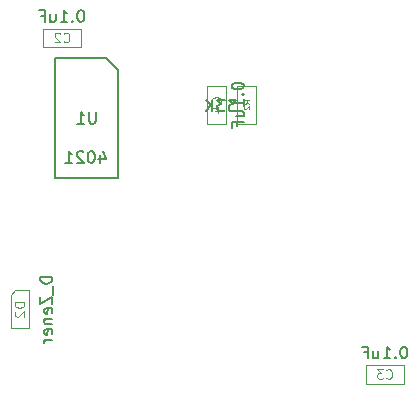
<source format=gbr>
G04 #@! TF.GenerationSoftware,KiCad,Pcbnew,5.1.6-1.fc32*
G04 #@! TF.CreationDate,2020-06-02T17:43:18-04:00*
G04 #@! TF.ProjectId,binarydispattiny,62696e61-7279-4646-9973-70617474696e,0.3*
G04 #@! TF.SameCoordinates,Original*
G04 #@! TF.FileFunction,Other,Fab,Bot*
%FSLAX46Y46*%
G04 Gerber Fmt 4.6, Leading zero omitted, Abs format (unit mm)*
G04 Created by KiCad (PCBNEW 5.1.6-1.fc32) date 2020-06-02 17:43:18*
%MOMM*%
%LPD*%
G01*
G04 APERTURE LIST*
%ADD10C,0.150000*%
%ADD11C,0.100000*%
%ADD12C,0.080000*%
%ADD13C,0.120000*%
G04 APERTURE END LIST*
D10*
X122998500Y-82149000D02*
X118698500Y-82149000D01*
X118698500Y-82149000D02*
X118698500Y-92349000D01*
X118698500Y-92349000D02*
X123998500Y-92349000D01*
X123998500Y-92349000D02*
X123998500Y-83149000D01*
X123998500Y-83149000D02*
X122998500Y-82149000D01*
D11*
X135696860Y-87713620D02*
X135696860Y-84513620D01*
X134096860Y-87713620D02*
X135696860Y-87713620D01*
X134096860Y-84513620D02*
X134096860Y-87713620D01*
X135696860Y-84513620D02*
X134096860Y-84513620D01*
X116497000Y-105016100D02*
X114897000Y-105016100D01*
X116497000Y-101816100D02*
X116497000Y-105016100D01*
X115297000Y-101816100D02*
X116497000Y-101816100D01*
X114897000Y-102216100D02*
X115297000Y-101816100D01*
X114897000Y-105016100D02*
X114897000Y-102216100D01*
X120853000Y-79654500D02*
X117653000Y-79654500D01*
X120853000Y-81254500D02*
X120853000Y-79654500D01*
X117653000Y-81254500D02*
X120853000Y-81254500D01*
X117653000Y-79654500D02*
X117653000Y-81254500D01*
X144993560Y-108150760D02*
X144993560Y-109750760D01*
X144993560Y-109750760D02*
X148193560Y-109750760D01*
X148193560Y-109750760D02*
X148193560Y-108150760D01*
X148193560Y-108150760D02*
X144993560Y-108150760D01*
X133156860Y-87704400D02*
X133156860Y-84504400D01*
X131556860Y-87704400D02*
X133156860Y-87704400D01*
X131556860Y-84504400D02*
X131556860Y-87704400D01*
X133156860Y-84504400D02*
X131556860Y-84504400D01*
D10*
X122484995Y-90362114D02*
X122484995Y-91028780D01*
X122723090Y-89981161D02*
X122961185Y-90695447D01*
X122342138Y-90695447D01*
X121770709Y-90028780D02*
X121675471Y-90028780D01*
X121580233Y-90076400D01*
X121532614Y-90124019D01*
X121484995Y-90219257D01*
X121437376Y-90409733D01*
X121437376Y-90647828D01*
X121484995Y-90838304D01*
X121532614Y-90933542D01*
X121580233Y-90981161D01*
X121675471Y-91028780D01*
X121770709Y-91028780D01*
X121865947Y-90981161D01*
X121913566Y-90933542D01*
X121961185Y-90838304D01*
X122008804Y-90647828D01*
X122008804Y-90409733D01*
X121961185Y-90219257D01*
X121913566Y-90124019D01*
X121865947Y-90076400D01*
X121770709Y-90028780D01*
X121056423Y-90124019D02*
X121008804Y-90076400D01*
X120913566Y-90028780D01*
X120675471Y-90028780D01*
X120580233Y-90076400D01*
X120532614Y-90124019D01*
X120484995Y-90219257D01*
X120484995Y-90314495D01*
X120532614Y-90457352D01*
X121104042Y-91028780D01*
X120484995Y-91028780D01*
X119532614Y-91028780D02*
X120104042Y-91028780D01*
X119818328Y-91028780D02*
X119818328Y-90028780D01*
X119913566Y-90171638D01*
X120008804Y-90266876D01*
X120104042Y-90314495D01*
X122110404Y-86701380D02*
X122110404Y-87510904D01*
X122062785Y-87606142D01*
X122015166Y-87653761D01*
X121919928Y-87701380D01*
X121729452Y-87701380D01*
X121634214Y-87653761D01*
X121586595Y-87606142D01*
X121538976Y-87510904D01*
X121538976Y-86701380D01*
X120538976Y-87701380D02*
X121110404Y-87701380D01*
X120824690Y-87701380D02*
X120824690Y-86701380D01*
X120919928Y-86844238D01*
X121015166Y-86939476D01*
X121110404Y-86987095D01*
X133983883Y-85667600D02*
X133364836Y-85667600D01*
X133698169Y-86048553D01*
X133555312Y-86048553D01*
X133460074Y-86096172D01*
X133412455Y-86143791D01*
X133364836Y-86239029D01*
X133364836Y-86477124D01*
X133412455Y-86572362D01*
X133460074Y-86619981D01*
X133555312Y-86667600D01*
X133841026Y-86667600D01*
X133936264Y-86619981D01*
X133983883Y-86572362D01*
X133031502Y-85667600D02*
X132412455Y-85667600D01*
X132745788Y-86048553D01*
X132602931Y-86048553D01*
X132507693Y-86096172D01*
X132460074Y-86143791D01*
X132412455Y-86239029D01*
X132412455Y-86477124D01*
X132460074Y-86572362D01*
X132507693Y-86619981D01*
X132602931Y-86667600D01*
X132888645Y-86667600D01*
X132983883Y-86619981D01*
X133031502Y-86572362D01*
X131983883Y-86667600D02*
X131983883Y-85667600D01*
X131412455Y-86667600D02*
X131841026Y-86096172D01*
X131412455Y-85667600D02*
X131983883Y-86239029D01*
D12*
X135123050Y-86030286D02*
X134884955Y-85863620D01*
X135123050Y-85744572D02*
X134623050Y-85744572D01*
X134623050Y-85935048D01*
X134646860Y-85982667D01*
X134670669Y-86006477D01*
X134718288Y-86030286D01*
X134789717Y-86030286D01*
X134837336Y-86006477D01*
X134861145Y-85982667D01*
X134884955Y-85935048D01*
X134884955Y-85744572D01*
X134670669Y-86220762D02*
X134646860Y-86244572D01*
X134623050Y-86292191D01*
X134623050Y-86411239D01*
X134646860Y-86458858D01*
X134670669Y-86482667D01*
X134718288Y-86506477D01*
X134765907Y-86506477D01*
X134837336Y-86482667D01*
X135123050Y-86196953D01*
X135123050Y-86506477D01*
D10*
X118429380Y-100678004D02*
X117429380Y-100678004D01*
X117429380Y-100916100D01*
X117477000Y-101058957D01*
X117572238Y-101154195D01*
X117667476Y-101201814D01*
X117857952Y-101249433D01*
X118000809Y-101249433D01*
X118191285Y-101201814D01*
X118286523Y-101154195D01*
X118381761Y-101058957D01*
X118429380Y-100916100D01*
X118429380Y-100678004D01*
X118524619Y-101439909D02*
X118524619Y-102201814D01*
X117429380Y-102344671D02*
X117429380Y-103011338D01*
X118429380Y-102344671D01*
X118429380Y-103011338D01*
X118381761Y-103773242D02*
X118429380Y-103678004D01*
X118429380Y-103487528D01*
X118381761Y-103392290D01*
X118286523Y-103344671D01*
X117905571Y-103344671D01*
X117810333Y-103392290D01*
X117762714Y-103487528D01*
X117762714Y-103678004D01*
X117810333Y-103773242D01*
X117905571Y-103820861D01*
X118000809Y-103820861D01*
X118096047Y-103344671D01*
X117762714Y-104249433D02*
X118429380Y-104249433D01*
X117857952Y-104249433D02*
X117810333Y-104297052D01*
X117762714Y-104392290D01*
X117762714Y-104535147D01*
X117810333Y-104630385D01*
X117905571Y-104678004D01*
X118429380Y-104678004D01*
X118381761Y-105535147D02*
X118429380Y-105439909D01*
X118429380Y-105249433D01*
X118381761Y-105154195D01*
X118286523Y-105106576D01*
X117905571Y-105106576D01*
X117810333Y-105154195D01*
X117762714Y-105249433D01*
X117762714Y-105439909D01*
X117810333Y-105535147D01*
X117905571Y-105582766D01*
X118000809Y-105582766D01*
X118096047Y-105106576D01*
X118429380Y-106011338D02*
X117762714Y-106011338D01*
X117953190Y-106011338D02*
X117857952Y-106058957D01*
X117810333Y-106106576D01*
X117762714Y-106201814D01*
X117762714Y-106297052D01*
D13*
X116058904Y-102825623D02*
X115258904Y-102825623D01*
X115258904Y-103016100D01*
X115297000Y-103130385D01*
X115373190Y-103206576D01*
X115449380Y-103244671D01*
X115601761Y-103282766D01*
X115716047Y-103282766D01*
X115868428Y-103244671D01*
X115944619Y-103206576D01*
X116020809Y-103130385D01*
X116058904Y-103016100D01*
X116058904Y-102825623D01*
X115335095Y-103587528D02*
X115297000Y-103625623D01*
X115258904Y-103701814D01*
X115258904Y-103892290D01*
X115297000Y-103968480D01*
X115335095Y-104006576D01*
X115411285Y-104044671D01*
X115487476Y-104044671D01*
X115601761Y-104006576D01*
X116058904Y-103549433D01*
X116058904Y-104044671D01*
D10*
X120895857Y-78086880D02*
X120800619Y-78086880D01*
X120705380Y-78134500D01*
X120657761Y-78182119D01*
X120610142Y-78277357D01*
X120562523Y-78467833D01*
X120562523Y-78705928D01*
X120610142Y-78896404D01*
X120657761Y-78991642D01*
X120705380Y-79039261D01*
X120800619Y-79086880D01*
X120895857Y-79086880D01*
X120991095Y-79039261D01*
X121038714Y-78991642D01*
X121086333Y-78896404D01*
X121133952Y-78705928D01*
X121133952Y-78467833D01*
X121086333Y-78277357D01*
X121038714Y-78182119D01*
X120991095Y-78134500D01*
X120895857Y-78086880D01*
X120133952Y-78991642D02*
X120086333Y-79039261D01*
X120133952Y-79086880D01*
X120181571Y-79039261D01*
X120133952Y-78991642D01*
X120133952Y-79086880D01*
X119133952Y-79086880D02*
X119705380Y-79086880D01*
X119419666Y-79086880D02*
X119419666Y-78086880D01*
X119514904Y-78229738D01*
X119610142Y-78324976D01*
X119705380Y-78372595D01*
X118276809Y-78420214D02*
X118276809Y-79086880D01*
X118705380Y-78420214D02*
X118705380Y-78944023D01*
X118657761Y-79039261D01*
X118562523Y-79086880D01*
X118419666Y-79086880D01*
X118324428Y-79039261D01*
X118276809Y-78991642D01*
X117467285Y-78563071D02*
X117800619Y-78563071D01*
X117800619Y-79086880D02*
X117800619Y-78086880D01*
X117324428Y-78086880D01*
D13*
X119386333Y-80740214D02*
X119424428Y-80778309D01*
X119538714Y-80816404D01*
X119614904Y-80816404D01*
X119729190Y-80778309D01*
X119805380Y-80702119D01*
X119843476Y-80625928D01*
X119881571Y-80473547D01*
X119881571Y-80359261D01*
X119843476Y-80206880D01*
X119805380Y-80130690D01*
X119729190Y-80054500D01*
X119614904Y-80016404D01*
X119538714Y-80016404D01*
X119424428Y-80054500D01*
X119386333Y-80092595D01*
X119081571Y-80092595D02*
X119043476Y-80054500D01*
X118967285Y-80016404D01*
X118776809Y-80016404D01*
X118700619Y-80054500D01*
X118662523Y-80092595D01*
X118624428Y-80168785D01*
X118624428Y-80244976D01*
X118662523Y-80359261D01*
X119119666Y-80816404D01*
X118624428Y-80816404D01*
D10*
X148236417Y-106583140D02*
X148141179Y-106583140D01*
X148045940Y-106630760D01*
X147998321Y-106678379D01*
X147950702Y-106773617D01*
X147903083Y-106964093D01*
X147903083Y-107202188D01*
X147950702Y-107392664D01*
X147998321Y-107487902D01*
X148045940Y-107535521D01*
X148141179Y-107583140D01*
X148236417Y-107583140D01*
X148331655Y-107535521D01*
X148379274Y-107487902D01*
X148426893Y-107392664D01*
X148474512Y-107202188D01*
X148474512Y-106964093D01*
X148426893Y-106773617D01*
X148379274Y-106678379D01*
X148331655Y-106630760D01*
X148236417Y-106583140D01*
X147474512Y-107487902D02*
X147426893Y-107535521D01*
X147474512Y-107583140D01*
X147522131Y-107535521D01*
X147474512Y-107487902D01*
X147474512Y-107583140D01*
X146474512Y-107583140D02*
X147045940Y-107583140D01*
X146760226Y-107583140D02*
X146760226Y-106583140D01*
X146855464Y-106725998D01*
X146950702Y-106821236D01*
X147045940Y-106868855D01*
X145617369Y-106916474D02*
X145617369Y-107583140D01*
X146045940Y-106916474D02*
X146045940Y-107440283D01*
X145998321Y-107535521D01*
X145903083Y-107583140D01*
X145760226Y-107583140D01*
X145664988Y-107535521D01*
X145617369Y-107487902D01*
X144807845Y-107059331D02*
X145141179Y-107059331D01*
X145141179Y-107583140D02*
X145141179Y-106583140D01*
X144664988Y-106583140D01*
D13*
X146726893Y-109236474D02*
X146764988Y-109274569D01*
X146879274Y-109312664D01*
X146955464Y-109312664D01*
X147069750Y-109274569D01*
X147145940Y-109198379D01*
X147184036Y-109122188D01*
X147222131Y-108969807D01*
X147222131Y-108855521D01*
X147184036Y-108703140D01*
X147145940Y-108626950D01*
X147069750Y-108550760D01*
X146955464Y-108512664D01*
X146879274Y-108512664D01*
X146764988Y-108550760D01*
X146726893Y-108588855D01*
X146460226Y-108512664D02*
X145964988Y-108512664D01*
X146231655Y-108817426D01*
X146117369Y-108817426D01*
X146041179Y-108855521D01*
X146003083Y-108893617D01*
X145964988Y-108969807D01*
X145964988Y-109160283D01*
X146003083Y-109236474D01*
X146041179Y-109274569D01*
X146117369Y-109312664D01*
X146345940Y-109312664D01*
X146422131Y-109274569D01*
X146460226Y-109236474D01*
D10*
X133629240Y-84461542D02*
X133629240Y-84556780D01*
X133676860Y-84652019D01*
X133724479Y-84699638D01*
X133819717Y-84747257D01*
X134010193Y-84794876D01*
X134248288Y-84794876D01*
X134438764Y-84747257D01*
X134534002Y-84699638D01*
X134581621Y-84652019D01*
X134629240Y-84556780D01*
X134629240Y-84461542D01*
X134581621Y-84366304D01*
X134534002Y-84318685D01*
X134438764Y-84271066D01*
X134248288Y-84223447D01*
X134010193Y-84223447D01*
X133819717Y-84271066D01*
X133724479Y-84318685D01*
X133676860Y-84366304D01*
X133629240Y-84461542D01*
X134534002Y-85223447D02*
X134581621Y-85271066D01*
X134629240Y-85223447D01*
X134581621Y-85175828D01*
X134534002Y-85223447D01*
X134629240Y-85223447D01*
X134629240Y-86223447D02*
X134629240Y-85652019D01*
X134629240Y-85937733D02*
X133629240Y-85937733D01*
X133772098Y-85842495D01*
X133867336Y-85747257D01*
X133914955Y-85652019D01*
X133962574Y-87080590D02*
X134629240Y-87080590D01*
X133962574Y-86652019D02*
X134486383Y-86652019D01*
X134581621Y-86699638D01*
X134629240Y-86794876D01*
X134629240Y-86937733D01*
X134581621Y-87032971D01*
X134534002Y-87080590D01*
X134105431Y-87890114D02*
X134105431Y-87556780D01*
X134629240Y-87556780D02*
X133629240Y-87556780D01*
X133629240Y-88032971D01*
D13*
X132642574Y-85971066D02*
X132680669Y-85932971D01*
X132718764Y-85818685D01*
X132718764Y-85742495D01*
X132680669Y-85628209D01*
X132604479Y-85552019D01*
X132528288Y-85513923D01*
X132375907Y-85475828D01*
X132261621Y-85475828D01*
X132109240Y-85513923D01*
X132033050Y-85552019D01*
X131956860Y-85628209D01*
X131918764Y-85742495D01*
X131918764Y-85818685D01*
X131956860Y-85932971D01*
X131994955Y-85971066D01*
X132185431Y-86656780D02*
X132718764Y-86656780D01*
X131880669Y-86466304D02*
X132452098Y-86275828D01*
X132452098Y-86771066D01*
M02*

</source>
